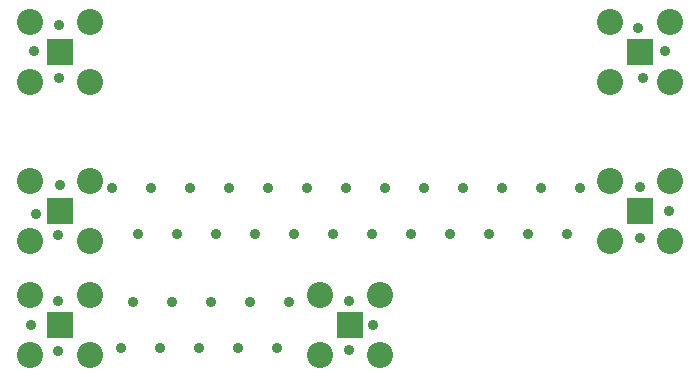
<source format=gbs>
G04*
G04 #@! TF.GenerationSoftware,Altium Limited,Altium Designer,20.0.13 (296)*
G04*
G04 Layer_Color=16711935*
%FSLAX23Y23*%
%MOIN*%
G70*
G01*
G75*
%ADD20R,0.087X0.087*%
%ADD21C,0.087*%
%ADD22C,0.036*%
D20*
X1153Y230D02*
D03*
X185D02*
D03*
X185Y610D02*
D03*
X2120D02*
D03*
X185Y1140D02*
D03*
X2120D02*
D03*
D21*
X1253Y130D02*
D03*
Y330D02*
D03*
X1053D02*
D03*
Y130D02*
D03*
X85Y330D02*
D03*
Y130D02*
D03*
X285D02*
D03*
Y330D02*
D03*
X85Y710D02*
D03*
Y510D02*
D03*
X285D02*
D03*
Y710D02*
D03*
X2220Y510D02*
D03*
Y710D02*
D03*
X2020D02*
D03*
Y510D02*
D03*
X285Y1240D02*
D03*
Y1040D02*
D03*
X85D02*
D03*
Y1240D02*
D03*
X2020Y1040D02*
D03*
Y1240D02*
D03*
X2220D02*
D03*
Y1040D02*
D03*
D22*
X2129Y1054D02*
D03*
X2204Y1144D02*
D03*
X2114Y1219D02*
D03*
X184Y1054D02*
D03*
X99Y1144D02*
D03*
X184Y1229D02*
D03*
X1149Y309D02*
D03*
X179Y144D02*
D03*
X949Y306D02*
D03*
X819D02*
D03*
X689D02*
D03*
X559D02*
D03*
X429D02*
D03*
X180Y310D02*
D03*
X90Y230D02*
D03*
X389Y154D02*
D03*
X519D02*
D03*
X649D02*
D03*
X779D02*
D03*
X909D02*
D03*
X1150Y145D02*
D03*
X1230Y230D02*
D03*
X2120Y690D02*
D03*
X185Y695D02*
D03*
X1920Y686D02*
D03*
X1790D02*
D03*
X1660D02*
D03*
X1530D02*
D03*
X1400D02*
D03*
X1270D02*
D03*
X1140D02*
D03*
X1010D02*
D03*
X880D02*
D03*
X750D02*
D03*
X620D02*
D03*
X490D02*
D03*
X360D02*
D03*
X105Y600D02*
D03*
X180Y530D02*
D03*
X447Y534D02*
D03*
X577D02*
D03*
X707D02*
D03*
X837D02*
D03*
X967D02*
D03*
X1097D02*
D03*
X1227D02*
D03*
X1357D02*
D03*
X1487D02*
D03*
X1617D02*
D03*
X1747D02*
D03*
X1877D02*
D03*
X2120Y520D02*
D03*
X2215Y610D02*
D03*
M02*

</source>
